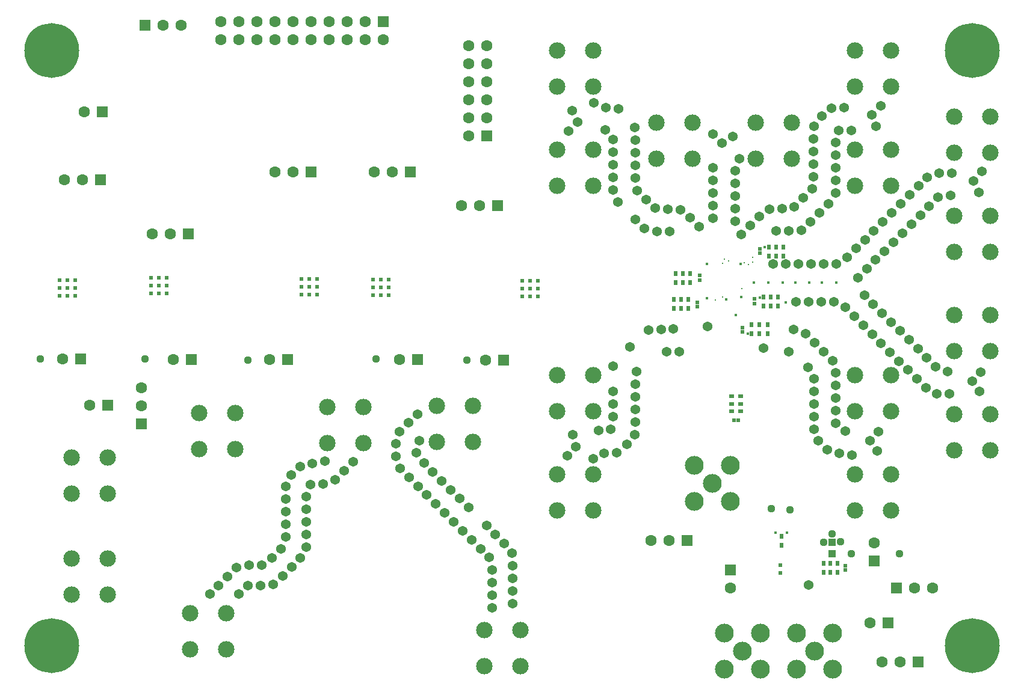
<source format=gbs>
G04 Layer_Color=16711935*
%FSLAX25Y25*%
%MOIN*%
G70*
G01*
G75*
%ADD98C,0.00800*%
%ADD134R,0.01900X0.01900*%
%ADD135R,0.03900X0.03900*%
%ADD136R,0.02900X0.02400*%
%ADD137R,0.02400X0.02900*%
%ADD138R,0.01900X0.01900*%
%ADD139C,0.09100*%
%ADD140C,0.10400*%
%ADD141C,0.04400*%
%ADD142C,0.06305*%
%ADD143R,0.06305X0.06305*%
%ADD144R,0.06305X0.06305*%
%ADD145C,0.30400*%
%ADD146C,0.02400*%
%ADD147C,0.02368*%
%ADD148C,0.01600*%
%ADD149C,0.05400*%
%ADD150C,0.00400*%
D98*
X405070Y243346D02*
D03*
X412150Y228025D02*
D03*
X401503Y223322D02*
D03*
X401501Y242269D02*
D03*
X397585Y221840D02*
D03*
X413783Y242625D02*
D03*
X415913Y241481D02*
D03*
X418245Y242751D02*
D03*
X418201Y245393D02*
D03*
X402662Y244453D02*
D03*
D134*
X387514Y220622D02*
D03*
Y218122D02*
D03*
X419361Y219872D02*
D03*
Y222372D02*
D03*
X422288Y247677D02*
D03*
Y250178D02*
D03*
X388857Y232847D02*
D03*
Y235347D02*
D03*
X412484Y206622D02*
D03*
Y204122D02*
D03*
X469605Y74500D02*
D03*
Y72000D02*
D03*
D135*
X462206Y81100D02*
D03*
Y87600D02*
D03*
D136*
X411550Y160000D02*
D03*
X406550D02*
D03*
X411550Y164000D02*
D03*
X406550D02*
D03*
X411550Y168500D02*
D03*
X406550D02*
D03*
D137*
X374484Y222122D02*
D03*
Y217122D02*
D03*
X424390Y218372D02*
D03*
Y223372D02*
D03*
X428390Y218372D02*
D03*
Y223372D02*
D03*
X432390Y218372D02*
D03*
Y223372D02*
D03*
X427317Y246178D02*
D03*
Y251178D02*
D03*
X431318Y246178D02*
D03*
Y251178D02*
D03*
X435318Y246178D02*
D03*
Y251178D02*
D03*
X375657Y236597D02*
D03*
Y231597D02*
D03*
X379657Y236597D02*
D03*
Y231597D02*
D03*
X383657Y236597D02*
D03*
Y231597D02*
D03*
X417484Y208122D02*
D03*
Y203122D02*
D03*
X421984Y208122D02*
D03*
Y203122D02*
D03*
X426526Y208114D02*
D03*
Y203114D02*
D03*
X457606Y70700D02*
D03*
Y75700D02*
D03*
X461406Y70700D02*
D03*
Y75700D02*
D03*
X465205Y70700D02*
D03*
Y75700D02*
D03*
X434121Y85706D02*
D03*
Y90706D02*
D03*
X382484Y222122D02*
D03*
Y217122D02*
D03*
X378484Y222122D02*
D03*
Y217122D02*
D03*
D138*
X410300Y155000D02*
D03*
X407800D02*
D03*
D139*
X289490Y18691D02*
D03*
X269490D02*
D03*
X289490Y38691D02*
D03*
X269490D02*
D03*
X263440Y143091D02*
D03*
X243440D02*
D03*
X263440Y163091D02*
D03*
X243440D02*
D03*
X310000Y160000D02*
D03*
Y180000D02*
D03*
X330000Y160000D02*
D03*
Y180000D02*
D03*
X310000Y105000D02*
D03*
Y125000D02*
D03*
X330000Y105000D02*
D03*
Y125000D02*
D03*
X310000Y285000D02*
D03*
Y305000D02*
D03*
X330000Y285000D02*
D03*
Y305000D02*
D03*
X310000Y340000D02*
D03*
Y360000D02*
D03*
X330000Y340000D02*
D03*
Y360000D02*
D03*
X365000Y300000D02*
D03*
Y320000D02*
D03*
X385000Y300000D02*
D03*
Y320000D02*
D03*
X420000Y300000D02*
D03*
Y320000D02*
D03*
X440000Y300000D02*
D03*
Y320000D02*
D03*
X475000Y285000D02*
D03*
Y305000D02*
D03*
X495000Y285000D02*
D03*
Y305000D02*
D03*
X475000Y340000D02*
D03*
Y360000D02*
D03*
X495000Y340000D02*
D03*
Y360000D02*
D03*
X529921Y303585D02*
D03*
Y323585D02*
D03*
X549921Y303585D02*
D03*
Y323585D02*
D03*
X529921Y248585D02*
D03*
Y268585D02*
D03*
X549921Y248585D02*
D03*
Y268585D02*
D03*
X529921Y193585D02*
D03*
Y213585D02*
D03*
X549921Y193585D02*
D03*
Y213585D02*
D03*
X529921Y138585D02*
D03*
Y158585D02*
D03*
X549921Y138585D02*
D03*
Y158585D02*
D03*
X475000Y160000D02*
D03*
Y180000D02*
D03*
X495000Y160000D02*
D03*
Y180000D02*
D03*
X475000Y105000D02*
D03*
Y125000D02*
D03*
X495000Y105000D02*
D03*
Y125000D02*
D03*
X182591Y142560D02*
D03*
Y162560D02*
D03*
X202591Y142560D02*
D03*
Y162560D02*
D03*
X106691Y28010D02*
D03*
Y48010D02*
D03*
X126691Y28010D02*
D03*
Y48010D02*
D03*
X40992Y134492D02*
D03*
X60992D02*
D03*
X40992Y114492D02*
D03*
X60992D02*
D03*
X40992Y78492D02*
D03*
X60992D02*
D03*
X40992Y58492D02*
D03*
X60992D02*
D03*
X111492Y158992D02*
D03*
X131492D02*
D03*
X111492Y138992D02*
D03*
X131492D02*
D03*
D140*
X396000Y120000D02*
D03*
X386000Y130000D02*
D03*
X406000D02*
D03*
Y110000D02*
D03*
X386000D02*
D03*
X452697Y27200D02*
D03*
X442697Y17200D02*
D03*
Y37200D02*
D03*
X462697D02*
D03*
Y17200D02*
D03*
X412700Y27200D02*
D03*
X402700Y17200D02*
D03*
Y37200D02*
D03*
X422700D02*
D03*
Y17200D02*
D03*
D141*
X23500Y189000D02*
D03*
X209500D02*
D03*
X499500Y81000D02*
D03*
X428500Y106000D02*
D03*
X439000Y105500D02*
D03*
X259992Y188492D02*
D03*
X138500Y188500D02*
D03*
X81492Y188992D02*
D03*
X462206Y92300D02*
D03*
X467005Y87700D02*
D03*
X457705Y87600D02*
D03*
X472800Y81305D02*
D03*
D142*
X261000Y362882D02*
D03*
X271000D02*
D03*
X261000Y352882D02*
D03*
X271000D02*
D03*
X261000Y342882D02*
D03*
X271000D02*
D03*
X261000Y332882D02*
D03*
X271000D02*
D03*
X261000Y322882D02*
D03*
X271000D02*
D03*
X261000Y312882D02*
D03*
X123500Y366000D02*
D03*
Y376000D02*
D03*
X133500Y366000D02*
D03*
Y376000D02*
D03*
X143500Y366000D02*
D03*
Y376000D02*
D03*
X153500Y366000D02*
D03*
Y376000D02*
D03*
X163500Y366000D02*
D03*
Y376000D02*
D03*
X173500Y366000D02*
D03*
Y376000D02*
D03*
X183500Y366000D02*
D03*
Y376000D02*
D03*
X193500Y366000D02*
D03*
Y376000D02*
D03*
X203500Y366000D02*
D03*
Y376000D02*
D03*
X213500Y366000D02*
D03*
X508000Y62000D02*
D03*
X518000D02*
D03*
X48000Y326000D02*
D03*
X36000Y189000D02*
D03*
X372000Y88500D02*
D03*
X362000D02*
D03*
X36841Y288532D02*
D03*
X46841D02*
D03*
X101500Y374000D02*
D03*
X91500D02*
D03*
X51000Y163500D02*
D03*
X79500Y173000D02*
D03*
Y163000D02*
D03*
X222782Y188914D02*
D03*
X270282Y188414D02*
D03*
X97282Y188914D02*
D03*
X150782D02*
D03*
X208774Y292906D02*
D03*
X218774D02*
D03*
X153782Y292883D02*
D03*
X163782D02*
D03*
X85782Y258383D02*
D03*
X95782D02*
D03*
X257000Y274000D02*
D03*
X267000D02*
D03*
X485500Y87000D02*
D03*
X500000Y21000D02*
D03*
X490000D02*
D03*
X483292Y42697D02*
D03*
X406005Y62267D02*
D03*
D143*
X271000Y312882D02*
D03*
X79500Y153000D02*
D03*
X485500Y77000D02*
D03*
X406005Y72267D02*
D03*
D144*
X213500Y376000D02*
D03*
X498000Y62000D02*
D03*
X58000Y326000D02*
D03*
X46000Y189000D02*
D03*
X382000Y88500D02*
D03*
X56841Y288532D02*
D03*
X81500Y374000D02*
D03*
X61000Y163500D02*
D03*
X232782Y188914D02*
D03*
X280282Y188414D02*
D03*
X107282Y188914D02*
D03*
X160782D02*
D03*
X228774Y292906D02*
D03*
X173782Y292883D02*
D03*
X105782Y258383D02*
D03*
X277000Y274000D02*
D03*
X510000Y21000D02*
D03*
X493292Y42697D02*
D03*
D145*
X540000Y30000D02*
D03*
Y360000D02*
D03*
X30000D02*
D03*
X30000Y30000D02*
D03*
D146*
X93561Y234154D02*
D03*
Y225493D02*
D03*
X89231D02*
D03*
X84900D02*
D03*
X93561Y229824D02*
D03*
X84900Y234154D02*
D03*
X89231D02*
D03*
Y229824D02*
D03*
X84900D02*
D03*
X42831Y232862D02*
D03*
Y228532D02*
D03*
Y224201D02*
D03*
X38500Y232862D02*
D03*
Y228532D02*
D03*
Y224201D02*
D03*
X34169Y232862D02*
D03*
Y228532D02*
D03*
Y224201D02*
D03*
X176831Y233362D02*
D03*
Y229031D02*
D03*
Y224701D02*
D03*
X172500Y233362D02*
D03*
Y229031D02*
D03*
Y224701D02*
D03*
X168169Y233362D02*
D03*
Y229031D02*
D03*
Y224701D02*
D03*
X216561Y233154D02*
D03*
Y224493D02*
D03*
X212231D02*
D03*
X207900D02*
D03*
X216561Y228824D02*
D03*
X207900Y233154D02*
D03*
X212231D02*
D03*
Y228824D02*
D03*
X207900D02*
D03*
X299331Y232362D02*
D03*
Y228031D02*
D03*
Y223701D02*
D03*
X295000Y232362D02*
D03*
Y228031D02*
D03*
Y223701D02*
D03*
X290669Y232362D02*
D03*
Y228031D02*
D03*
Y223701D02*
D03*
D147*
X433505Y70419D02*
D03*
Y74750D02*
D03*
D148*
X411685Y241659D02*
D03*
X392935Y241868D02*
D03*
X412000Y223500D02*
D03*
X392893Y222844D02*
D03*
X437121Y92942D02*
D03*
X431084Y92942D02*
D03*
X424984Y251122D02*
D03*
X415484Y203122D02*
D03*
X422212Y223316D02*
D03*
X419000Y231500D02*
D03*
X436500Y220500D02*
D03*
X449500Y231500D02*
D03*
X456500D02*
D03*
X464500D02*
D03*
X427000D02*
D03*
X442000D02*
D03*
X435000D02*
D03*
X409100Y213500D02*
D03*
X403500Y222000D02*
D03*
D149*
X220625Y142131D02*
D03*
X260890Y106716D02*
D03*
X273815Y65163D02*
D03*
X237783Y113673D02*
D03*
X255940Y111666D02*
D03*
X227883Y123573D02*
D03*
X285234Y67441D02*
D03*
Y53441D02*
D03*
X267481Y83975D02*
D03*
X285234Y74441D02*
D03*
X280689Y86917D02*
D03*
X222934Y128523D02*
D03*
X232776Y158396D02*
D03*
X257582Y93874D02*
D03*
X242733Y108723D02*
D03*
X220625Y135131D02*
D03*
X233748Y143930D02*
D03*
X272431Y79025D02*
D03*
X232833Y118623D02*
D03*
X227484Y153815D02*
D03*
X273815Y51163D02*
D03*
X241091Y126515D02*
D03*
X236141Y131465D02*
D03*
X232044Y137141D02*
D03*
X222534Y148865D02*
D03*
X246041Y121565D02*
D03*
X252632Y98824D02*
D03*
X270789Y96816D02*
D03*
X275739Y91867D02*
D03*
X285234Y60441D02*
D03*
X273815Y72163D02*
D03*
X285046Y81438D02*
D03*
X250990Y116615D02*
D03*
X247682Y103774D02*
D03*
X262531Y88924D02*
D03*
X273815Y58163D02*
D03*
X181204Y132642D02*
D03*
X174362Y131164D02*
D03*
X167529Y129643D02*
D03*
X162556Y124716D02*
D03*
X159592Y118375D02*
D03*
Y111375D02*
D03*
Y104375D02*
D03*
Y97375D02*
D03*
Y90375D02*
D03*
X156878Y83922D02*
D03*
X151928Y78973D02*
D03*
X146241Y74892D02*
D03*
X139241D02*
D03*
X132382Y73496D02*
D03*
X127398Y68580D02*
D03*
X122449Y63630D02*
D03*
X117499Y58680D02*
D03*
X133633Y58665D02*
D03*
X138721Y63472D02*
D03*
X145721D02*
D03*
X152694Y64083D02*
D03*
X157885Y68779D02*
D03*
X162835Y73729D02*
D03*
X167785Y78679D02*
D03*
X171012Y84891D02*
D03*
Y91891D02*
D03*
Y98891D02*
D03*
Y105891D02*
D03*
Y112891D02*
D03*
X173444Y119454D02*
D03*
X180438Y119745D02*
D03*
X186971Y122260D02*
D03*
X191921Y127209D02*
D03*
X196838Y132191D02*
D03*
X374451Y205852D02*
D03*
X367468Y205377D02*
D03*
X360474Y205066D02*
D03*
X350125Y195662D02*
D03*
X341049Y185058D02*
D03*
X340943Y171059D02*
D03*
Y164059D02*
D03*
Y157059D02*
D03*
X339741Y150163D02*
D03*
X332790Y149332D02*
D03*
X318765Y147208D02*
D03*
X320366Y140394D02*
D03*
X315501Y135361D02*
D03*
X329865Y133742D02*
D03*
X336114Y136896D02*
D03*
X343107Y137208D02*
D03*
X348507Y141663D02*
D03*
X352908Y147106D02*
D03*
X353152Y154102D02*
D03*
Y161102D02*
D03*
Y168102D02*
D03*
Y175102D02*
D03*
X353799Y182072D02*
D03*
X370596Y193168D02*
D03*
X377595Y193270D02*
D03*
X393154Y207289D02*
D03*
X318395Y326877D02*
D03*
X321146Y320440D02*
D03*
X316197Y315491D02*
D03*
X336459Y316179D02*
D03*
X340960Y310818D02*
D03*
Y303818D02*
D03*
Y296818D02*
D03*
Y289818D02*
D03*
Y282818D02*
D03*
X343476Y276286D02*
D03*
X353376Y266387D02*
D03*
X358344Y261455D02*
D03*
X365171Y259906D02*
D03*
X372171D02*
D03*
X388694Y262471D02*
D03*
X383745Y267421D02*
D03*
X378319Y271844D02*
D03*
X371324Y272115D02*
D03*
X364347Y272681D02*
D03*
X359398Y277630D02*
D03*
X354448Y282580D02*
D03*
X353169Y289462D02*
D03*
Y296462D02*
D03*
Y303462D02*
D03*
Y310462D02*
D03*
X353087Y317462D02*
D03*
X343793Y327823D02*
D03*
X336816Y328388D02*
D03*
X330351Y331072D02*
D03*
X407289Y312469D02*
D03*
X401248Y308932D02*
D03*
X396298Y313882D02*
D03*
X396396Y295144D02*
D03*
Y288144D02*
D03*
Y281144D02*
D03*
Y274144D02*
D03*
Y267144D02*
D03*
X408604Y265551D02*
D03*
Y272551D02*
D03*
Y279551D02*
D03*
Y286551D02*
D03*
Y293551D02*
D03*
X411071Y300102D02*
D03*
X424382Y195043D02*
D03*
X438127Y193168D02*
D03*
X449028Y184534D02*
D03*
X452139Y178263D02*
D03*
Y171263D02*
D03*
Y164263D02*
D03*
Y157263D02*
D03*
Y150263D02*
D03*
X454699Y143748D02*
D03*
X459648Y138798D02*
D03*
X466385Y136896D02*
D03*
X473308Y135860D02*
D03*
X487198Y138120D02*
D03*
X483146Y143828D02*
D03*
X488096Y148778D02*
D03*
X469748Y149104D02*
D03*
X464347Y153558D02*
D03*
Y160558D02*
D03*
Y167558D02*
D03*
Y174558D02*
D03*
Y181558D02*
D03*
X462514Y188314D02*
D03*
X457565Y193263D02*
D03*
X452615Y198213D02*
D03*
X447665Y203163D02*
D03*
X441025Y205377D02*
D03*
X468946Y328604D02*
D03*
X461955Y328262D02*
D03*
X456583Y323774D02*
D03*
X452209Y318308D02*
D03*
X452001Y311312D02*
D03*
Y304312D02*
D03*
Y297312D02*
D03*
Y290312D02*
D03*
X451274Y283349D02*
D03*
X446325Y278400D02*
D03*
X441375Y273450D02*
D03*
X434465Y272332D02*
D03*
X427466Y272205D02*
D03*
X421835Y268047D02*
D03*
X416885Y263098D02*
D03*
X411935Y258148D02*
D03*
X431208Y260123D02*
D03*
X438208D02*
D03*
X445192Y260596D02*
D03*
X450430Y265239D02*
D03*
X455380Y270189D02*
D03*
X460330Y275139D02*
D03*
X464162Y280996D02*
D03*
X464210Y287996D02*
D03*
Y294996D02*
D03*
Y301996D02*
D03*
Y308996D02*
D03*
X465871Y315796D02*
D03*
X472870Y315661D02*
D03*
X486639Y318041D02*
D03*
X484330Y324649D02*
D03*
X489248Y329631D02*
D03*
X449205Y63700D02*
D03*
X545266Y293071D02*
D03*
X540744Y287727D02*
D03*
X543771Y281415D02*
D03*
X527938Y279980D02*
D03*
X521065Y278654D02*
D03*
X516115Y273704D02*
D03*
X511166Y268754D02*
D03*
X506216Y263804D02*
D03*
X501266Y258855D02*
D03*
X496316Y253905D02*
D03*
X491367Y248955D02*
D03*
X486417Y244005D02*
D03*
X481467Y239055D02*
D03*
X476517Y234106D02*
D03*
X429621Y241702D02*
D03*
X436621D02*
D03*
X443621D02*
D03*
X450621D02*
D03*
X457621D02*
D03*
X464621D02*
D03*
X470557Y245411D02*
D03*
X475507Y250361D02*
D03*
X480457Y255311D02*
D03*
X485407Y260261D02*
D03*
X490356Y265210D02*
D03*
X495306Y270160D02*
D03*
X500256Y275110D02*
D03*
X505206Y280060D02*
D03*
X510155Y285009D02*
D03*
X515105Y289959D02*
D03*
X521740Y292189D02*
D03*
X528741D02*
D03*
X480127Y224454D02*
D03*
X485077Y219504D02*
D03*
X490027Y214554D02*
D03*
X494977Y209605D02*
D03*
X499926Y204655D02*
D03*
X504876Y199705D02*
D03*
X509826Y194755D02*
D03*
X514776Y189805D02*
D03*
X519725Y184856D02*
D03*
X526197Y182189D02*
D03*
X544636Y181824D02*
D03*
X539790Y176772D02*
D03*
X543997Y171178D02*
D03*
X527438Y169980D02*
D03*
X520438D02*
D03*
X514186Y173129D02*
D03*
X509236Y178079D02*
D03*
X504287Y183029D02*
D03*
X499337Y187978D02*
D03*
X494387Y192928D02*
D03*
X489437Y197878D02*
D03*
X484488Y202828D02*
D03*
X479538Y207777D02*
D03*
X474588Y212727D02*
D03*
X469638Y217677D02*
D03*
X463369Y220790D02*
D03*
X456369D02*
D03*
X449369D02*
D03*
X442369D02*
D03*
D150*
X395150Y240100D02*
D03*
Y237450D02*
D03*
X397800Y240100D02*
D03*
X400500D02*
D03*
X403150D02*
D03*
X405850D02*
D03*
X403150Y226750D02*
D03*
M02*

</source>
